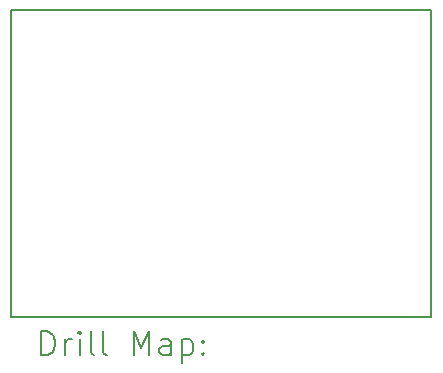
<source format=gbr>
%TF.GenerationSoftware,KiCad,Pcbnew,8.0.1*%
%TF.CreationDate,2024-05-13T16:53:03-04:00*%
%TF.ProjectId,LM1085,4c4d3130-3835-42e6-9b69-6361645f7063,rev?*%
%TF.SameCoordinates,Original*%
%TF.FileFunction,Drillmap*%
%TF.FilePolarity,Positive*%
%FSLAX45Y45*%
G04 Gerber Fmt 4.5, Leading zero omitted, Abs format (unit mm)*
G04 Created by KiCad (PCBNEW 8.0.1) date 2024-05-13 16:53:03*
%MOMM*%
%LPD*%
G01*
G04 APERTURE LIST*
%ADD10C,0.150000*%
%ADD11C,0.200000*%
G04 APERTURE END LIST*
D10*
X13335049Y-12001500D02*
X13334951Y-9398000D01*
X16890951Y-9398000D02*
X16890976Y-12001500D01*
X16890976Y-12001500D02*
X13335049Y-12001500D01*
X13334951Y-9398000D02*
X16890951Y-9398000D01*
D11*
X13588228Y-12320484D02*
X13588228Y-12120484D01*
X13588228Y-12120484D02*
X13635847Y-12120484D01*
X13635847Y-12120484D02*
X13664418Y-12130008D01*
X13664418Y-12130008D02*
X13683466Y-12149055D01*
X13683466Y-12149055D02*
X13692990Y-12168103D01*
X13692990Y-12168103D02*
X13702514Y-12206198D01*
X13702514Y-12206198D02*
X13702514Y-12234769D01*
X13702514Y-12234769D02*
X13692990Y-12272865D01*
X13692990Y-12272865D02*
X13683466Y-12291912D01*
X13683466Y-12291912D02*
X13664418Y-12310960D01*
X13664418Y-12310960D02*
X13635847Y-12320484D01*
X13635847Y-12320484D02*
X13588228Y-12320484D01*
X13788228Y-12320484D02*
X13788228Y-12187150D01*
X13788228Y-12225246D02*
X13797752Y-12206198D01*
X13797752Y-12206198D02*
X13807275Y-12196674D01*
X13807275Y-12196674D02*
X13826323Y-12187150D01*
X13826323Y-12187150D02*
X13845371Y-12187150D01*
X13912037Y-12320484D02*
X13912037Y-12187150D01*
X13912037Y-12120484D02*
X13902514Y-12130008D01*
X13902514Y-12130008D02*
X13912037Y-12139531D01*
X13912037Y-12139531D02*
X13921561Y-12130008D01*
X13921561Y-12130008D02*
X13912037Y-12120484D01*
X13912037Y-12120484D02*
X13912037Y-12139531D01*
X14035847Y-12320484D02*
X14016799Y-12310960D01*
X14016799Y-12310960D02*
X14007275Y-12291912D01*
X14007275Y-12291912D02*
X14007275Y-12120484D01*
X14140609Y-12320484D02*
X14121561Y-12310960D01*
X14121561Y-12310960D02*
X14112037Y-12291912D01*
X14112037Y-12291912D02*
X14112037Y-12120484D01*
X14369180Y-12320484D02*
X14369180Y-12120484D01*
X14369180Y-12120484D02*
X14435847Y-12263341D01*
X14435847Y-12263341D02*
X14502514Y-12120484D01*
X14502514Y-12120484D02*
X14502514Y-12320484D01*
X14683466Y-12320484D02*
X14683466Y-12215722D01*
X14683466Y-12215722D02*
X14673942Y-12196674D01*
X14673942Y-12196674D02*
X14654895Y-12187150D01*
X14654895Y-12187150D02*
X14616799Y-12187150D01*
X14616799Y-12187150D02*
X14597752Y-12196674D01*
X14683466Y-12310960D02*
X14664418Y-12320484D01*
X14664418Y-12320484D02*
X14616799Y-12320484D01*
X14616799Y-12320484D02*
X14597752Y-12310960D01*
X14597752Y-12310960D02*
X14588228Y-12291912D01*
X14588228Y-12291912D02*
X14588228Y-12272865D01*
X14588228Y-12272865D02*
X14597752Y-12253817D01*
X14597752Y-12253817D02*
X14616799Y-12244293D01*
X14616799Y-12244293D02*
X14664418Y-12244293D01*
X14664418Y-12244293D02*
X14683466Y-12234769D01*
X14778704Y-12187150D02*
X14778704Y-12387150D01*
X14778704Y-12196674D02*
X14797752Y-12187150D01*
X14797752Y-12187150D02*
X14835847Y-12187150D01*
X14835847Y-12187150D02*
X14854895Y-12196674D01*
X14854895Y-12196674D02*
X14864418Y-12206198D01*
X14864418Y-12206198D02*
X14873942Y-12225246D01*
X14873942Y-12225246D02*
X14873942Y-12282388D01*
X14873942Y-12282388D02*
X14864418Y-12301436D01*
X14864418Y-12301436D02*
X14854895Y-12310960D01*
X14854895Y-12310960D02*
X14835847Y-12320484D01*
X14835847Y-12320484D02*
X14797752Y-12320484D01*
X14797752Y-12320484D02*
X14778704Y-12310960D01*
X14959656Y-12301436D02*
X14969180Y-12310960D01*
X14969180Y-12310960D02*
X14959656Y-12320484D01*
X14959656Y-12320484D02*
X14950133Y-12310960D01*
X14950133Y-12310960D02*
X14959656Y-12301436D01*
X14959656Y-12301436D02*
X14959656Y-12320484D01*
X14959656Y-12196674D02*
X14969180Y-12206198D01*
X14969180Y-12206198D02*
X14959656Y-12215722D01*
X14959656Y-12215722D02*
X14950133Y-12206198D01*
X14950133Y-12206198D02*
X14959656Y-12196674D01*
X14959656Y-12196674D02*
X14959656Y-12215722D01*
M02*

</source>
